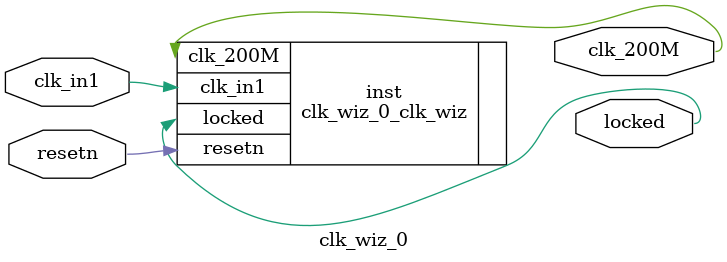
<source format=v>


`timescale 1ps/1ps

(* CORE_GENERATION_INFO = "clk_wiz_0,clk_wiz_v6_0_4_0_0,{component_name=clk_wiz_0,use_phase_alignment=true,use_min_o_jitter=false,use_max_i_jitter=false,use_dyn_phase_shift=false,use_inclk_switchover=false,use_dyn_reconfig=false,enable_axi=0,feedback_source=FDBK_AUTO,PRIMITIVE=MMCM,num_out_clk=1,clkin1_period=20.000,clkin2_period=10.0,use_power_down=false,use_reset=true,use_locked=true,use_inclk_stopped=false,feedback_type=SINGLE,CLOCK_MGR_TYPE=NA,manual_override=false}" *)

module clk_wiz_0 
 (
  // Clock out ports
  output        clk_200M,
  // Status and control signals
  input         resetn,
  output        locked,
 // Clock in ports
  input         clk_in1
 );

  clk_wiz_0_clk_wiz inst
  (
  // Clock out ports  
  .clk_200M(clk_200M),
  // Status and control signals               
  .resetn(resetn), 
  .locked(locked),
 // Clock in ports
  .clk_in1(clk_in1)
  );

endmodule

</source>
